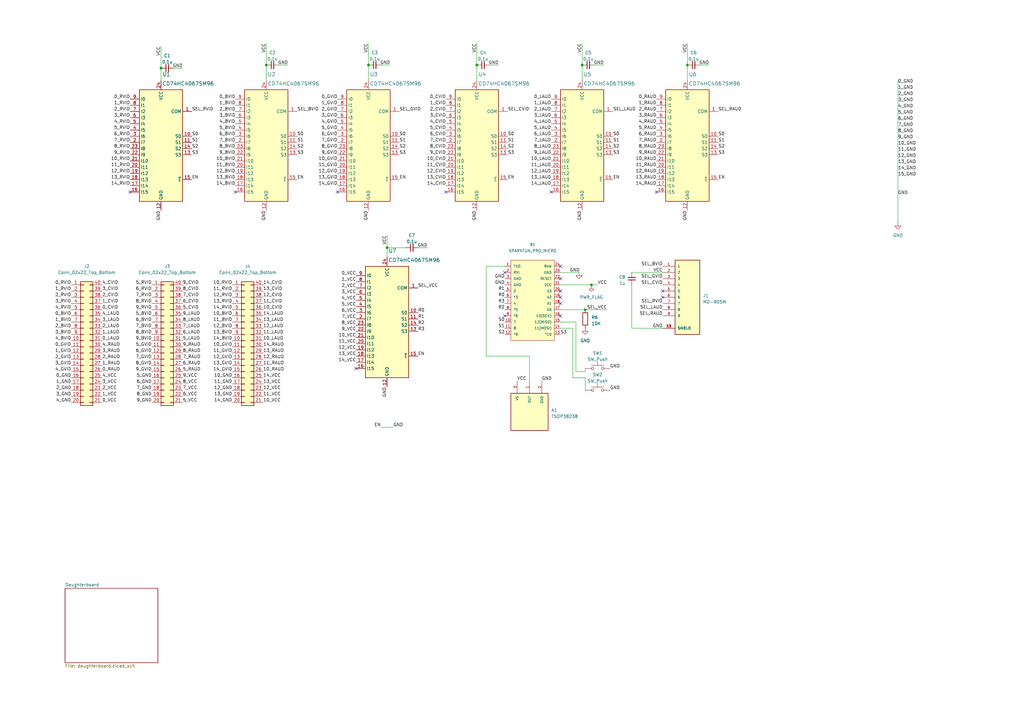
<source format=kicad_sch>
(kicad_sch (version 20230121) (generator eeschema)
  (paper "A3")
  (lib_symbols
    (symbol "Connector_Generic:Conn_02x20_Counter_Clockwise" (pin_names (offset 1.016) hide)
      (property "Reference" "J" (at 1.27 25.4 0))
      (property "Value" "Conn_02x20_Counter_Clockwise" (at 1.27 -27.94 0))
      (symbol "Conn_02x20_Counter_Clockwise_1_1"
        (rectangle (start -1.27 -25.273) (end 0 -25.527) (stroke (width 0.1524)))
        (rectangle (start -1.27 -22.733) (end 0 -22.987) (stroke (width 0.1524)))
        (rectangle (start -1.27 -20.193) (end 0 -20.447) (stroke (width 0.1524)))
        (rectangle (start -1.27 -17.653) (end 0 -17.907) (stroke (width 0.1524)))
        (rectangle (start -1.27 -15.113) (end 0 -15.367) (stroke (width 0.1524)))
        (rectangle (start -1.27 -12.573) (end 0 -12.827) (stroke (width 0.1524)))
        (rectangle (start -1.27 -10.033) (end 0 -10.287) (stroke (width 0.1524)))
        (rectangle (start -1.27 -7.493) (end 0 -7.747) (stroke (width 0.1524)))
        (rectangle (start -1.27 -4.953) (end 0 -5.207) (stroke (width 0.1524)))
        (rectangle (start -1.27 -2.413) (end 0 -2.667) (stroke (width 0.1524)))
        (rectangle (start -1.27 0.127) (end 0 -0.127) (stroke (width 0.1524)))
        (rectangle (start -1.27 2.667) (end 0 2.413) (stroke (width 0.1524)))
        (rectangle (start -1.27 5.207) (end 0 4.953) (stroke (width 0.1524)))
        (rectangle (start -1.27 7.747) (end 0 7.493) (stroke (width 0.1524)))
        (rectangle (start -1.27 10.287) (end 0 10.033) (stroke (width 0.1524)))
        (rectangle (start -1.27 12.827) (end 0 12.573) (stroke (width 0.1524)))
        (rectangle (start -1.27 15.367) (end 0 15.113) (stroke (width 0.1524)))
        (rectangle (start -1.27 17.907) (end 0 17.653) (stroke (width 0.1524)))
        (rectangle (start -1.27 20.447) (end 0 20.193) (stroke (width 0.1524)))
        (rectangle (start -1.27 22.987) (end 0 22.733) (stroke (width 0.1524)))
        (rectangle (start -1.27 24.13) (end 3.81 -26.67) (stroke (width 0.254)) (fill (type background)))
        (rectangle (start 3.81 -25.273) (end 2.54 -25.527) (stroke (width 0.1524)))
        (rectangle (start 3.81 -22.733) (end 2.54 -22.987) (stroke (width 0.1524)))
        (rectangle (start 3.81 -20.193) (end 2.54 -20.447) (stroke (width 0.1524)))
        (rectangle (start 3.81 -17.653) (end 2.54 -17.907) (stroke (width 0.1524)))
        (rectangle (start 3.81 -15.113) (end 2.54 -15.367) (stroke (width 0.1524)))
        (rectangle (start 3.81 -12.573) (end 2.54 -12.827) (stroke (width 0.1524)))
        (rectangle (start 3.81 -10.033) (end 2.54 -10.287) (stroke (width 0.1524)))
        (rectangle (start 3.81 -7.493) (end 2.54 -7.747) (stroke (width 0.1524)))
        (rectangle (start 3.81 -4.953) (end 2.54 -5.207) (stroke (width 0.1524)))
        (rectangle (start 3.81 -2.413) (end 2.54 -2.667) (stroke (width 0.1524)))
        (rectangle (start 3.81 0.127) (end 2.54 -0.127) (stroke (width 0.1524)))
        (rectangle (start 3.81 2.667) (end 2.54 2.413) (stroke (width 0.1524)))
        (rectangle (start 3.81 5.207) (end 2.54 4.953) (stroke (width 0.1524)))
        (rectangle (start 3.81 7.747) (end 2.54 7.493) (stroke (width 0.1524)))
        (rectangle (start 3.81 10.287) (end 2.54 10.033) (stroke (width 0.1524)))
        (rectangle (start 3.81 12.827) (end 2.54 12.573) (stroke (width 0.1524)))
        (rectangle (start 3.81 15.367) (end 2.54 15.113) (stroke (width 0.1524)))
        (rectangle (start 3.81 17.907) (end 2.54 17.653) (stroke (width 0.1524)))
        (rectangle (start 3.81 20.447) (end 2.54 20.193) (stroke (width 0.1524)))
        (rectangle (start 3.81 22.987) (end 2.54 22.733) (stroke (width 0.1524)))
        (pin passive line (at -5.08 22.86 0) (length 3.81) (name "Pin_1") (number "1"))
        (pin passive line (at -5.08 0 0) (length 3.81) (name "Pin_10") (number "10"))
        (pin passive line (at -5.08 -2.54 0) (length 3.81) (name "Pin_11") (number "11"))
        (pin passive line (at -5.08 -5.08 0) (length 3.81) (name "Pin_12") (number "12"))
        (pin passive line (at -5.08 -7.62 0) (length 3.81) (name "Pin_13") (number "13"))
        (pin passive line (at -5.08 -10.16 0) (length 3.81) (name "Pin_14") (number "14"))
        (pin passive line (at -5.08 -12.7 0) (length 3.81) (name "Pin_15") (number "15"))
        (pin passive line (at -5.08 -15.24 0) (length 3.81) (name "Pin_16") (number "16"))
        (pin passive line (at -5.08 -17.78 0) (length 3.81) (name "Pin_17") (number "17"))
        (pin passive line (at -5.08 -20.32 0) (length 3.81) (name "Pin_18") (number "18"))
        (pin passive line (at -5.08 -22.86 0) (length 3.81) (name "Pin_19") (number "19"))
        (pin passive line (at -5.08 20.32 0) (length 3.81) (name "Pin_2") (number "2"))
        (pin passive line (at -5.08 -25.4 0) (length 3.81) (name "Pin_20") (number "20"))
        (pin passive line (at 7.62 -25.4 180) (length 3.81) (name "Pin_21") (number "21"))
        (pin passive line (at 7.62 -22.86 180) (length 3.81) (name "Pin_22") (number "22"))
        (pin passive line (at 7.62 -20.32 180) (length 3.81) (name "Pin_23") (number "23"))
        (pin passive line (at 7.62 -17.78 180) (length 3.81) (name "Pin_24") (number "24"))
        (pin passive line (at 7.62 -15.24 180) (length 3.81) (name "Pin_25") (number "25"))
        (pin passive line (at 7.62 -12.7 180) (length 3.81) (name "Pin_26") (number "26"))
        (pin passive line (at 7.62 -10.16 180) (length 3.81) (name "Pin_27") (number "27"))
        (pin passive line (at 7.62 -7.62 180) (length 3.81) (name "Pin_28") (number "28"))
        (pin passive line (at 7.62 -5.08 180) (length 3.81) (name "Pin_29") (number "29"))
        (pin passive line (at -5.08 17.78 0) (length 3.81) (name "Pin_3") (number "3"))
        (pin passive line (at 7.62 -2.54 180) (length 3.81) (name "Pin_30") (number "30"))
        (pin passive line (at 7.62 0 180) (length 3.81) (name "Pin_31") (number "31"))
        (pin passive line (at 7.62 2.54 180) (length 3.81) (name "Pin_32") (number "32"))
        (pin passive line (at 7.62 5.08 180) (length 3.81) (name "Pin_33") (number "33"))
        (pin passive line (at 7.62 7.62 180) (length 3.81) (name "Pin_34") (number "34"))
        (pin passive line (at 7.62 10.16 180) (length 3.81) (name "Pin_35") (number "35"))
        (pin passive line (at 7.62 12.7 180) (length 3.81) (name "Pin_36") (number "36"))
        (pin passive line (at 7.62 15.24 180) (length 3.81) (name "Pin_37") (number "37"))
        (pin passive line (at 7.62 17.78 180) (length 3.81) (name "Pin_38") (number "38"))
        (pin passive line (at 7.62 20.32 180) (length 3.81) (name "Pin_39") (number "39"))
        (pin passive line (at -5.08 15.24 0) (length 3.81) (name "Pin_4") (number "4"))
        (pin passive line (at 7.62 22.86 180) (length 3.81) (name "Pin_40") (number "40"))
        (pin passive line (at -5.08 12.7 0) (length 3.81) (name "Pin_5") (number "5"))
        (pin passive line (at -5.08 10.16 0) (length 3.81) (name "Pin_6") (number "6"))
        (pin passive line (at -5.08 7.62 0) (length 3.81) (name "Pin_7") (number "7"))
        (pin passive line (at -5.08 5.08 0) (length 3.81) (name "Pin_8") (number "8"))
        (pin passive line (at -5.08 2.54 0) (length 3.81) (name "Pin_9") (number "9"))
      )
    )
    (symbol "Device:C_Small" (pin_numbers hide) (pin_names (offset 0.254) hide)
      (property "Reference" "C" (at 0.254 1.778 0))
      (property "Value" "C_Small" (at 0.254 -2.032 0))
      (symbol "C_Small_0_1"
        (polyline (pts (xy -1.524 -0.508) (xy 1.524 -0.508)) (stroke (width 0.3302)))
        (polyline (pts (xy -1.524 0.508) (xy 1.524 0.508)) (stroke (width 0.3048)))
      )
      (symbol "C_Small_1_1"
        (pin passive line (at 0 2.54 270) (length 2.032) (name "~") (number "1"))
        (pin passive line (at 0 -2.54 90) (length 2.032) (name "~") (number "2"))
      )
    )
    (symbol "Device:R" (pin_numbers hide) (pin_names (offset 0))
      (property "Reference" "R" (at 2.032 0 90))
      (property "Value" "R" (at 0 0 90))
      (symbol "R_0_1"
        (rectangle (start -1.016 -2.54) (end 1.016 2.54) (stroke (width 0.254)))
      )
      (symbol "R_1_1"
        (pin passive line (at 0 3.81 270) (length 1.27) (name "~") (number "1"))
        (pin passive line (at 0 -3.81 90) (length 1.27) (name "~") (number "2"))
      )
    )
    (symbol "REB-DIN:CD4067BM96"
      (property "Reference" "U" (at -8.89 22.86 0))
      (property "Value" "CD4067BM96" (at 1.27 22.86 0))
      (symbol "CD4067BM96_0_1"
        (rectangle (start -8.89 21.59) (end 8.89 -24.13) (stroke (width 0.254)) (fill (type background)))
      )
      (symbol "CD4067BM96_1_1"
        (pin passive line (at -12.7 12.7 0) (length 3.81) (name "COM") (number "1"))
        (pin input line (at -12.7 2.54 0) (length 3.81) (name "S0") (number "10"))
        (pin input line (at -12.7 0 0) (length 3.81) (name "S1") (number "11"))
        (pin power_in line (at 0 -27.94 90) (length 3.81) (name "GND") (number "12"))
        (pin input line (at -12.7 -5.08 0) (length 3.81) (name "S3") (number "13"))
        (pin input line (at -12.7 -2.54 0) (length 3.81) (name "S2") (number "14"))
        (pin input line (at -12.7 -15.24 0) (length 3.81) (name "~{E}") (number "15"))
        (pin passive line (at 12.7 -20.32 180) (length 3.81) (name "I15") (number "16"))
        (pin passive line (at 12.7 -17.78 180) (length 3.81) (name "I14") (number "17"))
        (pin passive line (at 12.7 -15.24 180) (length 3.81) (name "I13") (number "18"))
        (pin passive line (at 12.7 -12.7 180) (length 3.81) (name "I12") (number "19"))
        (pin passive line (at 12.7 0 180) (length 3.81) (name "I7") (number "2"))
        (pin passive line (at 12.7 -10.16 180) (length 3.81) (name "I11") (number "20"))
        (pin passive line (at 12.7 -7.62 180) (length 3.81) (name "I10") (number "21"))
        (pin passive line (at 12.7 -5.08 180) (length 3.81) (name "I9") (number "22"))
        (pin passive line (at 12.7 -2.54 180) (length 3.81) (name "I8") (number "23"))
        (pin power_in line (at 0 25.4 270) (length 3.81) (name "VCC") (number "24"))
        (pin passive line (at 12.7 2.54 180) (length 3.81) (name "I6") (number "3"))
        (pin passive line (at 12.7 5.08 180) (length 3.81) (name "I5") (number "4"))
        (pin passive line (at 12.7 7.62 180) (length 3.81) (name "I4") (number "5"))
        (pin passive line (at 12.7 10.16 180) (length 3.81) (name "I3") (number "6"))
        (pin passive line (at 12.7 12.7 180) (length 3.81) (name "I2") (number "7"))
        (pin passive line (at 12.7 15.24 180) (length 3.81) (name "I1") (number "8"))
        (pin passive line (at 12.7 17.78 180) (length 3.81) (name "I0") (number "9"))
      )
    )
    (symbol "REB-DIN:MD-90SM" (pin_names (offset 1.016))
      (property "Reference" "J" (at -5.08 16.002 0))
      (property "Value" "MD-90SM" (at -5.08 -17.78 0))
      (symbol "MD-90SM_0_0"
        (rectangle (start -5.08 -15.24) (end 5.08 15.24) (stroke (width 0.254)) (fill (type background)))
        (pin passive line (at -10.16 12.7 0) (length 5.08) (name "1") (number "1"))
        (pin passive line (at -10.16 10.16 0) (length 5.08) (name "2") (number "2"))
        (pin passive line (at -10.16 7.62 0) (length 5.08) (name "3") (number "3"))
        (pin passive line (at -10.16 5.08 0) (length 5.08) (name "4") (number "4"))
        (pin passive line (at -10.16 2.54 0) (length 5.08) (name "5") (number "5"))
        (pin passive line (at -10.16 0 0) (length 5.08) (name "6") (number "6"))
        (pin passive line (at -10.16 -2.54 0) (length 5.08) (name "7") (number "7"))
        (pin passive line (at -10.16 -5.08 0) (length 5.08) (name "8") (number "8"))
        (pin passive line (at -10.16 -7.62 0) (length 5.08) (name "9") (number "9"))
        (pin passive line (at -10.16 -12.7 0) (length 5.08) (name "SHIELD") (number "S1"))
        (pin passive line (at -10.16 -12.7 0) (length 5.08) (name "SHIELD") (number "S2"))
        (pin passive line (at -10.16 -12.7 0) (length 5.08) (name "SHIELD") (number "S3"))
      )
    )
    (symbol "REB-IR:TSOP38238" (pin_names (offset 1.016))
      (property "Reference" "A" (at -7.62 8.89 0))
      (property "Value" "TSOP38238" (at -7.62 -8.89 0))
      (symbol "TSOP38238_0_0"
        (rectangle (start -7.62 -7.62) (end 7.62 7.62) (stroke (width 0.254)) (fill (type background)))
        (pin output line (at 12.7 0 180) (length 5.08) (name "OUT") (number "1"))
        (pin power_in line (at 12.7 -5.08 180) (length 5.08) (name "GND") (number "2"))
        (pin power_in line (at 12.7 5.08 180) (length 5.08) (name "VS") (number "3"))
      )
    )
    (symbol "SparkFun-Boards:SPARKFUN_PRO_MICRO" (pin_names (offset 1.016))
      (property "Reference" "B" (at -8.89 17.78 0))
      (property "Value" "SPARKFUN_PRO_MICRO" (at -8.89 -19.05 0))
      (property "Field4" "XXX-00000" (at 0 21.59 0))
      (symbol "SPARKFUN_PRO_MICRO_1_1"
        (polyline (pts (xy -8.89 16.51) (xy -8.89 -16.51) (xy 8.89 -16.51) (xy 8.89 16.51) (xy -8.89 16.51)) (fill (type background)))
        (pin bidirectional line (at -11.43 13.97 0) (length 2.54) (name "TXO") (number "1"))
        (pin bidirectional line (at -11.43 -8.89 0) (length 2.54) (name "7") (number "10"))
        (pin bidirectional line (at -11.43 -11.43 0) (length 2.54) (name "8") (number "11"))
        (pin bidirectional line (at -11.43 -13.97 0) (length 2.54) (name "*9") (number "12"))
        (pin bidirectional line (at 11.43 -13.97 180) (length 2.54) (name "*10") (number "13"))
        (pin bidirectional line (at 11.43 -11.43 180) (length 2.54) (name "11(MOSI)") (number "14"))
        (pin bidirectional line (at 11.43 -8.89 180) (length 2.54) (name "12(MISO)") (number "15"))
        (pin bidirectional line (at 11.43 -6.35 180) (length 2.54) (name "13(SCK)") (number "16"))
        (pin bidirectional line (at 11.43 -3.81 180) (length 2.54) (name "A0") (number "17"))
        (pin bidirectional line (at 11.43 -1.27 180) (length 2.54) (name "A1") (number "18"))
        (pin bidirectional line (at 11.43 1.27 180) (length 2.54) (name "A2") (number "19"))
        (pin bidirectional line (at -11.43 11.43 0) (length 2.54) (name "RXI") (number "2"))
        (pin bidirectional line (at 11.43 3.81 180) (length 2.54) (name "A3") (number "20"))
        (pin power_in line (at 11.43 6.35 180) (length 2.54) (name "VCC") (number "21"))
        (pin bidirectional line (at 11.43 8.89 180) (length 2.54) (name "RESET") (number "22"))
        (pin power_in line (at 11.43 11.43 180) (length 2.54) (name "GND") (number "23"))
        (pin power_in line (at 11.43 13.97 180) (length 2.54) (name "RAW") (number "24"))
        (pin power_in line (at -11.43 8.89 0) (length 2.54) (name "GND") (number "3"))
        (pin power_in line (at -11.43 6.35 0) (length 2.54) (name "GND") (number "4"))
        (pin bidirectional line (at -11.43 3.81 0) (length 2.54) (name "2") (number "5"))
        (pin bidirectional line (at -11.43 1.27 0) (length 2.54) (name "*3") (number "6"))
        (pin bidirectional line (at -11.43 -1.27 0) (length 2.54) (name "4") (number "7"))
        (pin bidirectional line (at -11.43 -3.81 0) (length 2.54) (name "*5") (number "8"))
        (pin bidirectional line (at -11.43 -6.35 0) (length 2.54) (name "*6") (number "9"))
      )
    )
    (symbol "Switch:SW_Push" (pin_numbers hide) (pin_names (offset 1.016) hide)
      (property "Reference" "SW" (at 1.27 2.54 0))
      (property "Value" "SW_Push" (at 0 -1.524 0))
      (symbol "SW_Push_0_1"
        (circle (center -2.032 0) (radius 0.508))
        (polyline (pts (xy 0 1.27) (xy 0 3.048)))
        (polyline (pts (xy 2.54 1.27) (xy -2.54 1.27)))
        (circle (center 2.032 0) (radius 0.508))
        (pin passive line (at -5.08 0 0) (length 2.54) (name "1") (number "1"))
        (pin passive line (at 5.08 0 180) (length 2.54) (name "2") (number "2"))
      )
    )
    (symbol "power:GND" (power) (pin_names (offset 0))
      (property "Value" "GND" (at 0 -3.81 0))
      (symbol "GND_0_1"
        (polyline (pts (xy 0 0) (xy 0 -1.27) (xy 1.27 -1.27) (xy 0 -2.54) (xy -1.27 -1.27) (xy 0 -1.27)))
      )
      (symbol "GND_1_1"
        (pin power_in line (at 0 0 270) (length 0) hide (name "GND") (number "1"))
      )
    )
    (symbol "power:PWR_FLAG" (power) (pin_numbers hide) (pin_names (offset 0) hide)
      (property "Value" "PWR_FLAG" (at 0 3.81 0))
      (symbol "PWR_FLAG_0_0"
        (pin power_out line (at 0 0 90) (length 0) (name "pwr") (number "1"))
      )
      (symbol "PWR_FLAG_0_1"
        (polyline (pts (xy 0 0) (xy 0 1.27) (xy -1.016 1.905) (xy 0 2.54) (xy 1.016 1.905) (xy 0 1.27)))
      )
    )
  )
  (junction (at 238.76 26.67))
  (junction (at 242.57 116.84))
  (junction (at 281.94 26.67))
  (junction (at 66.04 27.94))
  (junction (at 195.58 26.67))
  (junction (at 109.22 26.67))
  (junction (at 151.13 26.67))
  (junction (at 158.75 101.6))
  (junction (at 240.03 127))
  (no_connect (at 229.87 129.54))
  (no_connect (at 271.78 121.92))
  (no_connect (at 229.87 109.22))
  (no_connect (at 229.87 124.46))
  (no_connect (at 229.87 121.92))
  (no_connect (at 207.01 129.54))
  (no_connect (at 229.87 119.38))
  (no_connect (at 226.06 78.74))
  (no_connect (at 207.01 111.76))
  (no_connect (at 138.43 78.74))
  (no_connect (at 271.78 119.38))
  (no_connect (at 96.52 78.74))
  (no_connect (at 146.05 151.13))
  (no_connect (at 182.88 78.74))
  (no_connect (at 269.24 78.74))
  (no_connect (at 53.34 78.74))
  (no_connect (at 229.87 114.3))
  (wire (pts (xy 151.13 17.78) (xy 151.13 26.67)))
  (wire (pts (xy 217.17 146.05) (xy 217.17 156.21)))
  (wire (pts (xy 259.08 134.62) (xy 271.78 134.62)))
  (wire (pts (xy 229.87 127) (xy 240.03 127)))
  (wire (pts (xy 166.37 101.6) (xy 158.75 101.6)))
  (wire (pts (xy 195.58 17.78) (xy 195.58 26.67)))
  (wire (pts (xy 242.57 116.84) (xy 245.11 116.84)))
  (wire (pts (xy 236.22 152.4) (xy 236.22 132.08)))
  (wire (pts (xy 236.22 152.4) (xy 240.03 152.4)))
  (wire (pts (xy 234.95 154.94) (xy 234.95 134.62)))
  (wire (pts (xy 243.84 26.67) (xy 247.65 26.67)))
  (wire (pts (xy 281.94 17.78) (xy 281.94 26.67)))
  (wire (pts (xy 114.3 26.67) (xy 118.11 26.67)))
  (wire (pts (xy 234.95 154.94) (xy 240.03 154.94)))
  (wire (pts (xy 156.21 175.26) (xy 161.29 175.26)))
  (wire (pts (xy 368.3 33.02) (xy 368.3 91.44)))
  (wire (pts (xy 195.58 26.67) (xy 195.58 33.02)))
  (wire (pts (xy 171.45 101.6) (xy 175.26 101.6)))
  (wire (pts (xy 200.66 26.67) (xy 204.47 26.67)))
  (wire (pts (xy 236.22 132.08) (xy 229.87 132.08)))
  (wire (pts (xy 109.22 17.78) (xy 109.22 26.67)))
  (wire (pts (xy 229.87 111.76) (xy 237.49 111.76)))
  (wire (pts (xy 66.04 27.94) (xy 66.04 33.02)))
  (wire (pts (xy 109.22 26.67) (xy 109.22 33.02)))
  (wire (pts (xy 271.78 111.76) (xy 259.08 111.76)))
  (wire (pts (xy 158.75 101.6) (xy 158.75 96.52)))
  (wire (pts (xy 158.75 101.6) (xy 158.75 105.41)))
  (wire (pts (xy 199.39 109.22) (xy 199.39 146.05)))
  (wire (pts (xy 71.12 27.94) (xy 74.93 27.94)))
  (wire (pts (xy 238.76 26.67) (xy 238.76 33.02)))
  (wire (pts (xy 240.03 154.94) (xy 240.03 160.02)))
  (wire (pts (xy 199.39 146.05) (xy 217.17 146.05)))
  (wire (pts (xy 240.03 127) (xy 248.92 127)))
  (wire (pts (xy 234.95 134.62) (xy 229.87 134.62)))
  (wire (pts (xy 66.04 19.05) (xy 66.04 27.94)))
  (wire (pts (xy 156.21 26.67) (xy 160.02 26.67)))
  (wire (pts (xy 238.76 17.78) (xy 238.76 26.67)))
  (wire (pts (xy 287.02 26.67) (xy 290.83 26.67)))
  (wire (pts (xy 151.13 26.67) (xy 151.13 33.02)))
  (wire (pts (xy 240.03 152.4) (xy 240.03 151.13)))
  (wire (pts (xy 281.94 26.67) (xy 281.94 33.02)))
  (wire (pts (xy 229.87 116.84) (xy 242.57 116.84)))
  (wire (pts (xy 259.08 116.84) (xy 259.08 134.62)))
  (wire (pts (xy 207.01 109.22) (xy 199.39 109.22)))
  (label "12_VCC" (at 146.05 143.51 180))
  (label "GND" (at 250.19 160.02 0))
  (label "0_VCC" (at 146.05 113.03 180))
  (label "GND" (at 158.75 158.75 270))
  (label "9_CVID" (at 74.93 116.84 0))
  (label "4_VCC" (at 41.91 154.94 0))
  (label "2_GVID" (at 29.21 147.32 180))
  (label "0_RAUD" (at 269.24 40.64 180))
  (label "3_BVID" (at 29.21 137.16 180))
  (label "S0" (at 251.46 55.88 0))
  (label "11_CVID" (at 107.95 124.46 0))
  (label "S1" (at 78.74 58.42 0))
  (label "0_LAUD" (at 226.06 40.64 180))
  (label "0_VCC" (at 41.91 165.1 0))
  (label "6_RVID" (at 53.34 55.88 180))
  (label "4_VCC" (at 146.05 123.19 180))
  (label "GND" (at 66.04 86.36 270))
  (label "5_LAUD" (at 226.06 53.34 180))
  (label "4_RVID" (at 53.34 50.8 180))
  (label "12_BVID" (at 95.25 134.62 180))
  (label "GND" (at 222.25 156.21 0))
  (label "12_GVID" (at 95.25 147.32 180))
  (label "14_GND" (at 95.25 165.1 180))
  (label "11_GVID" (at 138.43 68.58 180))
  (label "GND" (at 271.78 134.62 180))
  (label "SEL_VCC" (at 171.45 118.11 0))
  (label "1_GVID" (at 29.21 144.78 180))
  (label "8_VCC" (at 74.93 157.48 0))
  (label "GND" (at 281.94 86.36 270))
  (label "9_RVID" (at 53.34 63.5 180))
  (label "8_GND" (at 62.23 162.56 180))
  (label "4_CVID" (at 182.88 50.8 180))
  (label "R0" (at 207.01 121.92 180))
  (label "3_RAUD" (at 269.24 48.26 180))
  (label "GND" (at 207.01 116.84 180))
  (label "0_RVID" (at 53.34 40.64 180))
  (label "GND" (at 74.93 27.94 180))
  (label "12_RAUD" (at 269.24 71.12 180))
  (label "12_LAUD" (at 226.06 71.12 180))
  (label "7_VCC" (at 74.93 160.02 0))
  (label "13_BVID" (at 96.52 73.66 180))
  (label "VCC" (at 238.76 17.78 270))
  (label "S2" (at 294.64 60.96 0))
  (label "1_VCC" (at 41.91 162.56 0))
  (label "S3" (at 163.83 63.5 0))
  (label "5_BVID" (at 96.52 53.34 180))
  (label "SEL_RVID" (at 271.78 124.46 180))
  (label "S0" (at 163.83 55.88 0))
  (label "SEL_BVID" (at 121.92 45.72 0))
  (label "6_RAUD" (at 74.93 149.86 0))
  (label "8_CVID" (at 182.88 60.96 180))
  (label "VCC" (at 195.58 17.78 270))
  (label "1_BVID" (at 29.21 132.08 180))
  (label "11_VCC" (at 107.95 162.56 0))
  (label "S3" (at 229.87 137.16 0))
  (label "4_BVID" (at 96.52 50.8 180))
  (label "8_LAUD" (at 74.93 132.08 0))
  (label "S3" (at 294.64 63.5 0))
  (label "11_GND" (at 368.3 62.23 0))
  (label "S1" (at 207.01 134.62 180))
  (label "EN" (at 78.74 73.66 0))
  (label "1_RVID" (at 29.21 119.38 180))
  (label "GND" (at 233.68 111.76 0))
  (label "14_CVID" (at 182.88 76.2 180))
  (label "1_GND" (at 29.21 157.48 180))
  (label "7_BVID" (at 62.23 134.62 180))
  (label "S2" (at 163.83 60.96 0))
  (label "14_CVID" (at 107.95 116.84 0))
  (label "12_BVID" (at 96.52 71.12 180))
  (label "9_RVID" (at 62.23 127 180))
  (label "EN" (at 163.83 73.66 0))
  (label "3_CVID" (at 41.91 119.38 0))
  (label "13_BVID" (at 95.25 137.16 180))
  (label "GND" (at 250.19 151.13 0))
  (label "1_RAUD" (at 269.24 43.18 180))
  (label "VCC" (at 158.75 96.52 270))
  (label "8_CVID" (at 74.93 119.38 0))
  (label "5_RAUD" (at 269.24 53.34 180))
  (label "6_LAUD" (at 74.93 137.16 0))
  (label "2_RVID" (at 53.34 45.72 180))
  (label "9_GND" (at 62.23 165.1 180))
  (label "S0" (at 208.28 55.88 0))
  (label "8_BVID" (at 62.23 137.16 180))
  (label "SEL_RAUD" (at 294.64 45.72 0))
  (label "VCC" (at 151.13 17.78 270))
  (label "9_LAUD" (at 74.93 129.54 0))
  (label "7_RAUD" (at 74.93 147.32 0))
  (label "6_CVID" (at 182.88 55.88 180))
  (label "8_LAUD" (at 226.06 60.96 180))
  (label "3_LAUD" (at 41.91 132.08 0))
  (label "SEL_RVID" (at 78.74 45.72 0))
  (label "7_RAUD" (at 269.24 58.42 180))
  (label "4_GND" (at 368.3 44.45 0))
  (label "S2" (at 121.92 60.96 0))
  (label "6_GND" (at 62.23 157.48 180))
  (label "7_CVID" (at 74.93 121.92 0))
  (label "2_GVID" (at 138.43 45.72 180))
  (label "8_RVID" (at 53.34 60.96 180))
  (label "15_GND" (at 368.3 72.39 0))
  (label "7_LAUD" (at 226.06 58.42 180))
  (label "3_BVID" (at 96.52 48.26 180))
  (label "SEL_VCC" (at 248.92 127 180))
  (label "SEL_LAUD" (at 271.78 127 180))
  (label "12_RVID" (at 53.34 71.12 180))
  (label "7_LAUD" (at 74.93 134.62 0))
  (label "8_BVID" (at 96.52 60.96 180))
  (label "6_VCC" (at 146.05 128.27 180))
  (label "14_BVID" (at 96.52 76.2 180))
  (label "9_VCC" (at 74.93 154.94 0))
  (label "8_RAUD" (at 74.93 144.78 0))
  (label "9_RAUD" (at 269.24 63.5 180))
  (label "S0" (at 294.64 55.88 0))
  (label "12_GVID" (at 138.43 71.12 180))
  (label "GND" (at 207.01 114.3 180))
  (label "3_CVID" (at 182.88 48.26 180))
  (label "GND" (at 290.83 26.67 180))
  (label "12_RAUD" (at 107.95 147.32 0))
  (label "6_GVID" (at 62.23 144.78 180))
  (label "SEL_CVID" (at 208.28 45.72 0))
  (label "VCC" (at 245.11 116.84 0))
  (label "11_RVID" (at 53.34 68.58 180))
  (label "14_GND" (at 368.3 69.85 0))
  (label "VCC" (at 66.04 19.05 270))
  (label "6_GVID" (at 138.43 55.88 180))
  (label "14_RVID" (at 95.25 127 180))
  (label "S1" (at 163.83 58.42 0))
  (label "8_RVID" (at 62.23 124.46 180))
  (label "S1" (at 121.92 58.42 0))
  (label "5_RVID" (at 62.23 116.84 180))
  (label "10_GND" (at 368.3 59.69 0))
  (label "14_GVID" (at 138.43 76.2 180))
  (label "GND" (at 247.65 26.67 180))
  (label "2_RVID" (at 29.21 121.92 180))
  (label "11_BVID" (at 95.25 132.08 180))
  (label "4_RAUD" (at 41.91 142.24 0))
  (label "S2" (at 251.46 60.96 0))
  (label "2_VCC" (at 146.05 118.11 180))
  (label "13_GND" (at 368.3 67.31 0))
  (label "13_RVID" (at 95.25 124.46 180))
  (label "S0" (at 121.92 55.88 0))
  (label "GND" (at 161.29 175.26 0))
  (label "0_BVID" (at 96.52 40.64 180))
  (label "1_RAUD" (at 41.91 149.86 0))
  (label "1_RVID" (at 53.34 43.18 180))
  (label "4_GND" (at 29.21 165.1 180))
  (label "11_GND" (at 95.25 157.48 180))
  (label "0_LAUD" (at 41.91 139.7 0))
  (label "VCC" (at 109.22 17.78 270))
  (label "14_LAUD" (at 226.06 76.2 180))
  (label "0_GVID" (at 29.21 142.24 180))
  (label "3_RVID" (at 29.21 124.46 180))
  (label "13_CVID" (at 107.95 119.38 0))
  (label "10_GVID" (at 138.43 66.04 180))
  (label "6_LAUD" (at 226.06 55.88 180))
  (label "7_GND" (at 62.23 160.02 180))
  (label "8_RAUD" (at 269.24 60.96 180))
  (label "10_GVID" (at 95.25 142.24 180))
  (label "13_RVID" (at 53.34 73.66 180))
  (label "6_BVID" (at 62.23 132.08 180))
  (label "3_LAUD" (at 226.06 48.26 180))
  (label "1_LAUD" (at 41.91 137.16 0))
  (label "GND" (at 118.11 26.67 180))
  (label "12_LAUD" (at 107.95 134.62 0))
  (label "R0" (at 171.45 128.27 0))
  (label "4_LAUD" (at 41.91 129.54 0))
  (label "0_BVID" (at 29.21 129.54 180))
  (label "11_RAUD" (at 269.24 68.58 180))
  (label "GND" (at 151.13 86.36 270))
  (label "R1" (at 171.45 130.81 0))
  (label "11_BVID" (at 96.52 68.58 180))
  (label "13_CVID" (at 182.88 73.66 180))
  (label "14_VCC" (at 107.95 154.94 0))
  (label "3_GND" (at 368.3 41.91 0))
  (label "5_LAUD" (at 74.93 139.7 0))
  (label "8_GVID" (at 138.43 60.96 180))
  (label "12_GND" (at 95.25 160.02 180))
  (label "SEL_GVID" (at 163.83 45.72 0))
  (label "6_GND" (at 368.3 49.53 0))
  (label "11_LAUD" (at 226.06 68.58 180))
  (label "EN" (at 171.45 146.05 0))
  (label "SEL_GVID" (at 271.78 114.3 180))
  (label "GND" (at 175.26 101.6 180))
  (label "12_CVID" (at 107.95 121.92 0))
  (label "0_RAUD" (at 41.91 152.4 0))
  (label "14_RAUD" (at 107.95 142.24 0))
  (label "7_VCC" (at 146.05 130.81 180))
  (label "GND" (at 195.58 86.36 270))
  (label "3_GVID" (at 29.21 149.86 180))
  (label "1_CVID" (at 182.88 43.18 180))
  (label "S0" (at 78.74 55.88 0))
  (label "0_CVID" (at 182.88 40.64 180))
  (label "7_GND" (at 368.3 52.07 0))
  (label "2_VCC" (at 41.91 160.02 0))
  (label "5_CVID" (at 182.88 53.34 180))
  (label "GND" (at 238.76 86.36 270))
  (label "14_RVID" (at 53.34 76.2 180))
  (label "1_GND" (at 368.3 36.83 0))
  (label "EN" (at 251.46 73.66 0))
  (label "11_VCC" (at 146.05 140.97 180))
  (label "9_BVID" (at 62.23 139.7 180))
  (label "2_RAUD" (at 269.24 45.72 180))
  (label "14_BVID" (at 95.25 139.7 180))
  (label "S1" (at 208.28 58.42 0))
  (label "10_RVID" (at 95.25 116.84 180))
  (label "2_BVID" (at 29.21 134.62 180))
  (label "9_RAUD" (at 74.93 142.24 0))
  (label "S3" (at 78.74 63.5 0))
  (label "1_BVID" (at 96.52 43.18 180))
  (label "5_VCC" (at 146.05 125.73 180))
  (label "2_GND" (at 29.21 160.02 180))
  (label "1_LAUD" (at 226.06 43.18 180))
  (label "8_GND" (at 368.3 54.61 0))
  (label "2_RAUD" (at 41.91 147.32 0))
  (label "4_GVID" (at 138.43 50.8 180))
  (label "3_GVID" (at 138.43 48.26 180))
  (label "10_VCC" (at 107.95 165.1 0))
  (label "2_CVID" (at 41.91 121.92 0))
  (label "10_RAUD" (at 107.95 152.4 0))
  (label "10_CVID" (at 182.88 66.04 180))
  (label "10_CVID" (at 107.95 127 0))
  (label "14_VCC" (at 146.05 148.59 180))
  (label "1_VCC" (at 146.05 115.57 180))
  (label "1_GVID" (at 138.43 43.18 180))
  (label "8_VCC" (at 146.05 133.35 180))
  (label "R2" (at 171.45 133.35 0))
  (label "VCC" (at 281.94 17.78 270))
  (label "S1" (at 251.46 58.42 0))
  (label "5_GND" (at 368.3 46.99 0))
  (label "R3" (at 207.01 124.46 180))
  (label "5_VCC" (at 74.93 165.1 0))
  (label "9_VCC" (at 146.05 135.89 180))
  (label "7_GVID" (at 138.43 58.42 180))
  (label "EN" (at 156.21 175.26 180))
  (label "10_RVID" (at 53.34 66.04 180))
  (label "0_GVID" (at 138.43 40.64 180))
  (label "EN" (at 208.28 73.66 0))
  (label "2_BVID" (at 96.52 45.72 180))
  (label "10_LAUD" (at 107.95 139.7 0))
  (label "2_GND" (at 368.3 39.37 0))
  (label "7_BVID" (at 96.52 58.42 180))
  (label "R1" (at 207.01 119.38 180))
  (label "3_VCC" (at 41.91 157.48 0))
  (label "5_BVID" (at 62.23 129.54 180))
  (label "7_GVID" (at 62.23 147.32 180))
  (label "9_LAUD" (at 226.06 63.5 180))
  (label "3_RAUD" (at 41.91 144.78 0))
  (label "6_VCC" (at 74.93 162.56 0))
  (label "S0" (at 207.01 132.08 180))
  (label "11_RVID" (at 95.25 119.38 180))
  (label "8_GVID" (at 62.23 149.86 180))
  (label "SEL_LAUD" (at 251.46 45.72 0))
  (label "10_BVID" (at 95.25 129.54 180))
  (label "7_RVID" (at 62.23 121.92 180))
  (label "12_GND" (at 368.3 64.77 0))
  (label "13_LAUD" (at 107.95 132.08 0))
  (label "13_GVID" (at 95.25 149.86 180))
  (label "GND" (at 368.3 80.01 0))
  (label "5_CVID" (at 74.93 127 0))
  (label "GND" (at 109.22 86.36 270))
  (label "S1" (at 294.64 58.42 0))
  (label "SEL_RAUD" (at 271.78 129.54 180))
  (label "2_LAUD" (at 41.91 134.62 0))
  (label "13_VCC" (at 107.95 157.48 0))
  (label "4_RAUD" (at 269.24 50.8 180))
  (label "14_RAUD" (at 269.24 76.2 180))
  (label "7_RVID" (at 53.34 58.42 180))
  (label "9_CVID" (at 182.88 63.5 180))
  (label "7_CVID" (at 182.88 58.42 180))
  (label "SEL_CVID" (at 271.78 116.84 180))
  (label "12_CVID" (at 182.88 71.12 180))
  (label "6_RVID" (at 62.23 119.38 180))
  (label "9_BVID" (at 96.52 63.5 180))
  (label "5_GVID" (at 138.43 53.34 180))
  (label "14_LAUD" (at 107.95 129.54 0))
  (label "6_RAUD" (at 269.24 55.88 180))
  (label "9_GND" (at 368.3 57.15 0))
  (label "EN" (at 121.92 73.66 0))
  (label "0_GND" (at 368.3 34.29 0))
  (label "4_GVID" (at 29.21 152.4 180))
  (label "5_RAUD" (at 74.93 152.4 0))
  (label "4_LAUD" (at 226.06 50.8 180))
  (label "13_VCC" (at 146.05 146.05 180))
  (label "S2" (at 78.74 60.96 0))
  (label "S2" (at 207.01 137.16 180))
  (label "GND" (at 160.02 26.67 180))
  (label "11_LAUD" (at 107.95 137.16 0))
  (label "3_GND" (at 29.21 162.56 180))
  (label "10_BVID" (at 96.52 66.04 180))
  (label "9_GVID" (at 62.23 152.4 180))
  (label "10_LAUD" (at 226.06 66.04 180))
  (label "2_LAUD" (at 226.06 45.72 180))
  (label "R3" (at 171.45 135.89 0))
  (label "10_RAUD" (at 269.24 66.04 180))
  (label "4_BVID" (at 29.21 139.7 180))
  (label "13_LAUD" (at 226.06 73.66 180))
  (label "S2" (at 208.28 60.96 0))
  (label "R2" (at 207.01 127 180))
  (label "0_GND" (at 29.21 154.94 180))
  (label "3_VCC" (at 146.05 120.65 180))
  (label "GND" (at 204.47 26.67 180))
  (label "13_RAUD" (at 269.24 73.66 180))
  (label "0_CVID" (at 41.91 127 0))
  (label "11_GVID" (at 95.25 144.78 180))
  (label "2_CVID" (at 182.88 45.72 180))
  (label "11_CVID" (at 182.88 68.58 180))
  (label "5_RVID" (at 53.34 53.34 180))
  (label "13_RAUD" (at 107.95 144.78 0))
  (label "5_GVID" (at 62.23 142.24 180))
  (label "6_BVID" (at 96.52 55.88 180))
  (label "SEL_BVID" (at 271.78 109.22 180))
  (label "12_VCC" (at 107.95 160.02 0))
  (label "13_GND" (at 95.25 162.56 180))
  (label "4_CVID" (at 41.91 116.84 0))
  (label "S3" (at 251.46 63.5 0))
  (label "5_GND" (at 62.23 154.94 180))
  (label "4_RVID" (at 29.21 127 180))
  (label "12_RVID" (at 95.25 121.92 180))
  (label "10_VCC" (at 146.05 138.43 180))
  (label "14_GVID" (at 95.25 152.4 180))
  (label "S3" (at 121.92 63.5 0))
  (label "9_GVID" (at 138.43 63.5 180))
  (label "VCC" (at 212.09 156.21 0))
  (label "0_RVID" (at 29.21 116.84 180))
  (label "EN" (at 294.64 73.66 0))
  (label "3_RVID" (at 53.34 48.26 180))
  (label "1_CVID" (at 41.91 124.46 0))
  (label "13_GVID" (at 138.43 73.66 180))
  (label "6_CVID" (at 74.93 124.46 0))
  (label "11_RAUD" (at 107.95 149.86 0))
  (label "10_GND" (at 95.25 154.94 180))
  (label "S3" (at 208.28 63.5 0))
  (label "VCC" (at 271.78 111.76 180))
  (symbol (lib_id "REB-DIN:CD4067BM96") (at 281.94 58.42 0) (mirror y) (unit 1)
    (property "Reference" "U6" (at 282.4606 30.48 0) (effects (font (size 1.524 1.524)) (justify right)))
    (property "Value" "CD74HC4067SM96" (at 282.4606 34.29 0) (effects (font (size 1.524 1.524)) (justify right)))
    (property "Footprint" "Package_SO:SOIC-24W_7.5x15.4mm_P1.27mm" (effects hide))
    (property "Datasheet" "http://www.ti.com/general/docs/suppproductinfo.tsp?distId=10&gotoUrl=http%3A%2F%2Fwww.ti.com%2Flit%2Fgpn%2Fcd74hc4067" (effects hide))
    (property "Digi-Key_PN" "296-9226-1-ND" (effects hide))
    (property "MPN" "CD74HC4067SM96" (effects hide))
    (property "Category" "Integrated Circuits (ICs)" (effects hide))
    (property "Family" "Interface - Analog Switches, Multiplexers, Demultiplexers" (effects hide))
    (property "DK_Datasheet_Link" "http://www.ti.com/general/docs/suppproductinfo.tsp?distId=10&gotoUrl=http%3A%2F%2Fwww.ti.com%2Flit%2Fgpn%2Fcd74hc4067" (effects hide))
    (property "DK_Detail_Page" "/product-detail/en/texas-instruments/CD74HC4067SM96/296-9226-1-ND/376978" (effects hide))
    (property "Description" "IC MUX/DEMUX 1X16 24SSOP" (effects hide))
    (property "Manufacturer" "Texas Instruments" (effects hide))
    (property "Status" "Active" (effects hide))
  )
  (symbol (lib_id "power:GND") (at 237.49 111.76 0) (unit 1)
    (property "Reference" "#PWR02" (effects hide))
    (property "Value" "GND" (effects hide))
  )
  (symbol (lib_id "REB-IR:TSOP38238") (at 217.17 168.91 90) (unit 1)
    (property "Reference" "A1" (at 226.06 168.275 90) (effects (justify right)))
    (property "Value" "TSOP38238" (at 226.06 170.815 90) (effects (justify right)))
    (property "Footprint" "XDCR_TSOP38238" (effects hide))
    (property "PARTREV" "1.7" (effects hide))
    (property "STANDARD" "Manufacturer Recommendations" (effects hide))
    (property "MAXIMUM_PACKAGE_HEIGHT" "10.55 mm" (effects hide))
    (property "MANUFACTURER" "Vishay" (effects hide))
  )
  (symbol (lib_id "Device:R") (at 240.03 130.81 0) (unit 1)
    (property "Reference" "R6" (at 242.57 130.175 0) (effects (justify left)))
    (property "Value" "10K" (at 242.57 132.715 0) (effects (justify left)))
    (property "Footprint" "Resistor_SMD:R_0805_2012Metric_Pad1.20x1.40mm_HandSolder" (effects hide))
  )
  (symbol (lib_id "Switch:SW_Push") (at 245.11 160.02 0) (unit 1)
    (property "Reference" "SW2" (at 245.11 153.67 0))
    (property "Value" "SW_Push" (at 245.11 156.21 0))
    (property "Footprint" "Button_Switch_THT:SW_PUSH_6mm" (effects hide))
  )
  (symbol (lib_id "Device:C_Small") (at 68.58 27.94 90) (unit 1)
    (property "Reference" "C1" (at 68.5863 22.86 90))
    (property "Value" "0.1u" (at 68.5863 25.4 90))
    (property "Footprint" "Capacitor_SMD:C_0805_2012Metric_Pad1.18x1.45mm_HandSolder" (effects hide))
  )
  (symbol (lib_id "Device:C_Small") (at 259.08 114.3 0) (mirror x) (unit 1)
    (property "Reference" "C8" (at 256.54 113.6586 0) (effects (justify right)))
    (property "Value" "1u" (at 256.54 116.1986 0) (effects (justify right)))
    (property "Footprint" "Capacitor_SMD:C_0805_2012Metric_Pad1.18x1.45mm_HandSolder" (effects hide))
  )
  (symbol (lib_id "SparkFun-Boards:SPARKFUN_PRO_MICRO") (at 218.44 123.19 0) (unit 1)
    (property "Reference" "B1" (at 218.44 100.33 0) (effects (font (size 1.143 1.143))))
    (property "Value" "SPARKFUN_PRO_MICRO" (at 218.44 102.87 0) (effects (font (size 1.143 1.143))))
    (property "Footprint" "SparkFun-Boards:SPARKFUN_PRO_MICRO" (effects hide))
  )
  (symbol (lib_id "REB-DIN:CD4067BM96") (at 195.58 58.42 0) (mirror y) (unit 1)
    (property "Reference" "U4" (at 196.1006 30.48 0) (effects (font (size 1.524 1.524)) (justify right)))
    (property "Value" "CD74HC4067SM96" (at 196.1006 34.29 0) (effects (font (size 1.524 1.524)) (justify right)))
    (property "Footprint" "Package_SO:SOIC-24W_7.5x15.4mm_P1.27mm" (effects hide))
    (property "Datasheet" "http://www.ti.com/general/docs/suppproductinfo.tsp?distId=10&gotoUrl=http%3A%2F%2Fwww.ti.com%2Flit%2Fgpn%2Fcd74hc4067" (effects hide))
    (property "Digi-Key_PN" "296-9226-1-ND" (effects hide))
    (property "MPN" "CD74HC4067SM96" (effects hide))
    (property "Category" "Integrated Circuits (ICs)" (effects hide))
    (property "Family" "Interface - Analog Switches, Multiplexers, Demultiplexers" (effects hide))
    (property "DK_Datasheet_Link" "http://www.ti.com/general/docs/suppproductinfo.tsp?distId=10&gotoUrl=http%3A%2F%2Fwww.ti.com%2Flit%2Fgpn%2Fcd74hc4067" (effects hide))
    (property "DK_Detail_Page" "/product-detail/en/texas-instruments/CD74HC4067SM96/296-9226-1-ND/376978" (effects hide))
    (property "Description" "IC MUX/DEMUX 1X16 24SSOP" (effects hide))
    (property "Manufacturer" "Texas Instruments" (effects hide))
    (property "Status" "Active" (effects hide))
  )
  (symbol (lib_id "REB-DIN:CD4067BM96") (at 238.76 58.42 0) (mirror y) (unit 1)
    (property "Reference" "U5" (at 239.2806 30.48 0) (effects (font (size 1.524 1.524)) (justify right)))
    (property "Value" "CD74HC4067SM96" (at 239.2806 34.29 0) (effects (font (size 1.524 1.524)) (justify right)))
    (property "Footprint" "Package_SO:SOIC-24W_7.5x15.4mm_P1.27mm" (effects hide))
    (property "Datasheet" "http://www.ti.com/general/docs/suppproductinfo.tsp?distId=10&gotoUrl=http%3A%2F%2Fwww.ti.com%2Flit%2Fgpn%2Fcd74hc4067" (effects hide))
    (property "Digi-Key_PN" "296-9226-1-ND" (effects hide))
    (property "MPN" "CD74HC4067SM96" (effects hide))
    (property "Category" "Integrated Circuits (ICs)" (effects hide))
    (property "Family" "Interface - Analog Switches, Multiplexers, Demultiplexers" (effects hide))
    (property "DK_Datasheet_Link" "http://www.ti.com/general/docs/suppproductinfo.tsp?distId=10&gotoUrl=http%3A%2F%2Fwww.ti.com%2Flit%2Fgpn%2Fcd74hc4067" (effects hide))
    (property "DK_Detail_Page" "/product-detail/en/texas-instruments/CD74HC4067SM96/296-9226-1-ND/376978" (effects hide))
    (property "Description" "IC MUX/DEMUX 1X16 24SSOP" (effects hide))
    (property "Manufacturer" "Texas Instruments" (effects hide))
    (property "Status" "Active" (effects hide))
  )
  (symbol (lib_id "Connector_Generic:Conn_02x20_Counter_Clockwise") (at 34.29 139.7 0) (unit 1)
    (property "Reference" "J2" (at 35.56 109.22 0))
    (property "Value" "Conn_02x22_Top_Bottom" (at 35.56 111.76 0))
    (property "Footprint" "connector:REB_PinHeader_2x20_P1.27mm_Vertical_Renumbered" (effects hide))
  )
  (symbol (lib_id "power:GND") (at 368.3 91.44 0) (unit 1)
    (property "Reference" "#PWR01" (effects hide))
    (property "Value" "GND" (at 368.3 96.52 0))
  )
  (symbol (lib_id "Device:C_Small") (at 168.91 101.6 90) (unit 1)
    (property "Reference" "C7" (at 168.9163 96.52 90))
    (property "Value" "0.1u" (at 168.9163 99.06 90))
    (property "Footprint" "Capacitor_SMD:C_0805_2012Metric_Pad1.18x1.45mm_HandSolder" (effects hide))
  )
  (symbol (lib_id "Device:C_Small") (at 284.48 26.67 90) (unit 1)
    (property "Reference" "C6" (at 284.4863 21.59 90))
    (property "Value" "0.1u" (at 284.4863 24.13 90))
    (property "Footprint" "Capacitor_SMD:C_0805_2012Metric_Pad1.18x1.45mm_HandSolder" (effects hide))
  )
  (symbol (lib_id "power:PWR_FLAG") (at 242.57 116.84 180) (unit 1)
    (property "Reference" "#FLG01" (effects hide))
    (property "Value" "PWR_FLAG" (at 242.57 121.92 0))
  )
  (symbol (lib_id "Connector_Generic:Conn_02x20_Counter_Clockwise") (at 67.31 139.7 0) (unit 1)
    (property "Reference" "J3" (at 68.58 109.22 0))
    (property "Value" "Conn_02x22_Top_Bottom" (at 68.58 111.76 0))
    (property "Footprint" "connector:REB_PinHeader_2x20_P1.27mm_Vertical_Renumbered" (effects hide))
  )
  (symbol (lib_id "REB-DIN:MD-90SM") (at 281.94 121.92 0) (unit 1)
    (property "Reference" "J1" (at 288.29 121.285 0) (effects (justify left)))
    (property "Value" "MD-90SM" (at 288.29 123.825 0) (effects (justify left)))
    (property "Footprint" "CUI_MD-90SM" (effects hide))
    (property "STANDARD" "Manufacturer Recommendations" (effects hide))
    (property "PARTREV" "02/18/2022" (effects hide))
    (property "MANUFACTURER" "CUI" (effects hide))
    (property "MAXIMUM_PACKAGE_HEIGHT" "13.6 mm" (effects hide))
  )
  (symbol (lib_id "Device:C_Small") (at 198.12 26.67 90) (unit 1)
    (property "Reference" "C4" (at 198.1263 21.59 90))
    (property "Value" "0.1u" (at 198.1263 24.13 90))
    (property "Footprint" "Capacitor_SMD:C_0805_2012Metric_Pad1.18x1.45mm_HandSolder" (effects hide))
  )
  (symbol (lib_id "Device:C_Small") (at 153.67 26.67 90) (unit 1)
    (property "Reference" "C3" (at 153.6763 21.59 90))
    (property "Value" "0.1u" (at 153.6763 24.13 90))
    (property "Footprint" "Capacitor_SMD:C_0805_2012Metric_Pad1.18x1.45mm_HandSolder" (effects hide))
  )
  (symbol (lib_id "Device:C_Small") (at 111.76 26.67 90) (unit 1)
    (property "Reference" "C2" (at 111.7663 21.59 90))
    (property "Value" "0.1u" (at 111.7663 24.13 90))
    (property "Footprint" "Capacitor_SMD:C_0805_2012Metric_Pad1.18x1.45mm_HandSolder" (effects hide))
  )
  (symbol (lib_id "REB-DIN:CD4067BM96") (at 158.75 130.81 0) (mirror y) (unit 1)
    (property "Reference" "U7" (at 159.2706 102.87 0) (effects (font (size 1.524 1.524)) (justify right)))
    (property "Value" "CD74HC4067SM96" (at 159.2706 106.68 0) (effects (font (size 1.524 1.524)) (justify right)))
    (property "Footprint" "Package_SO:SOIC-24W_7.5x15.4mm_P1.27mm" (effects hide))
    (property "Datasheet" "http://www.ti.com/general/docs/suppproductinfo.tsp?distId=10&gotoUrl=http%3A%2F%2Fwww.ti.com%2Flit%2Fgpn%2Fcd74hc4067" (effects hide))
    (property "Digi-Key_PN" "296-9226-1-ND" (effects hide))
    (property "MPN" "CD74HC4067SM96" (effects hide))
    (property "Category" "Integrated Circuits (ICs)" (effects hide))
    (property "Family" "Interface - Analog Switches, Multiplexers, Demultiplexers" (effects hide))
    (property "DK_Datasheet_Link" "http://www.ti.com/general/docs/suppproductinfo.tsp?distId=10&gotoUrl=http%3A%2F%2Fwww.ti.com%2Flit%2Fgpn%2Fcd74hc4067" (effects hide))
    (property "DK_Detail_Page" "/product-detail/en/texas-instruments/CD74HC4067SM96/296-9226-1-ND/376978" (effects hide))
    (property "Description" "IC MUX/DEMUX 1X16 24SSOP" (effects hide))
    (property "Manufacturer" "Texas Instruments" (effects hide))
    (property "Status" "Active" (effects hide))
  )
  (symbol (lib_id "REB-DIN:CD4067BM96") (at 151.13 58.42 0) (mirror y) (unit 1)
    (property "Reference" "U3" (at 151.6506 30.48 0) (effects (font (size 1.524 1.524)) (justify right)))
    (property "Value" "CD74HC4067SM96" (at 151.6506 34.29 0) (effects (font (size 1.524 1.524)) (justify right)))
    (property "Footprint" "Package_SO:SOIC-24W_7.5x15.4mm_P1.27mm" (effects hide))
    (property "Datasheet" "http://www.ti.com/general/docs/suppproductinfo.tsp?distId=10&gotoUrl=http%3A%2F%2Fwww.ti.com%2Flit%2Fgpn%2Fcd74hc4067" (effects hide))
    (property "Digi-Key_PN" "296-9226-1-ND" (effects hide))
    (property "MPN" "CD74HC4067SM96" (effects hide))
    (property "Category" "Integrated Circuits (ICs)" (effects hide))
    (property "Family" "Interface - Analog Switches, Multiplexers, Demultiplexers" (effects hide))
    (property "DK_Datasheet_Link" "http://www.ti.com/general/docs/suppproductinfo.tsp?distId=10&gotoUrl=http%3A%2F%2Fwww.ti.com%2Flit%2Fgpn%2Fcd74hc4067" (effects hide))
    (property "DK_Detail_Page" "/product-detail/en/texas-instruments/CD74HC4067SM96/296-9226-1-ND/376978" (effects hide))
    (property "Description" "IC MUX/DEMUX 1X16 24SSOP" (effects hide))
    (property "Manufacturer" "Texas Instruments" (effects hide))
    (property "Status" "Active" (effects hide))
  )
  (symbol (lib_id "REB-DIN:CD4067BM96") (at 66.04 58.42 0) (mirror y) (unit 1)
    (property "Reference" "U1" (at 66.5606 30.48 0) (effects (font (size 1.524 1.524)) (justify right)))
    (property "Value" "CD74HC4067SM96" (at 66.5606 34.29 0) (effects (font (size 1.524 1.524)) (justify right)))
    (property "Footprint" "Package_SO:SOIC-24W_7.5x15.4mm_P1.27mm" (effects hide))
    (property "Datasheet" "http://www.ti.com/general/docs/suppproductinfo.tsp?distId=10&gotoUrl=http%3A%2F%2Fwww.ti.com%2Flit%2Fgpn%2Fcd74hc4067" (effects hide))
    (property "Digi-Key_PN" "296-9226-1-ND" (effects hide))
    (property "MPN" "CD74HC4067SM96" (effects hide))
    (property "Category" "Integrated Circuits (ICs)" (effects hide))
    (property "Family" "Interface - Analog Switches, Multiplexers, Demultiplexers" (effects hide))
    (property "DK_Datasheet_Link" "http://www.ti.com/general/docs/suppproductinfo.tsp?distId=10&gotoUrl=http%3A%2F%2Fwww.ti.com%2Flit%2Fgpn%2Fcd74hc4067" (effects hide))
    (property "DK_Detail_Page" "/product-detail/en/texas-instruments/CD74HC4067SM96/296-9226-1-ND/376978" (effects hide))
    (property "Description" "IC MUX/DEMUX 1X16 24SSOP" (effects hide))
    (property "Manufacturer" "Texas Instruments" (effects hide))
    (property "Status" "Active" (effects hide))
  )
  (symbol (lib_id "power:GND") (at 240.03 134.62 0) (unit 1)
    (property "Reference" "#PWR03" (effects hide))
    (property "Value" "GND" (at 240.03 139.7 0))
  )
  (symbol (lib_id "REB-DIN:CD4067BM96") (at 109.22 58.42 0) (mirror y) (unit 1)
    (property "Reference" "U2" (at 109.7406 30.48 0) (effects (font (size 1.524 1.524)) (justify right)))
    (property "Value" "CD74HC4067SM96" (at 109.7406 34.29 0) (effects (font (size 1.524 1.524)) (justify right)))
    (property "Footprint" "Package_SO:SOIC-24W_7.5x15.4mm_P1.27mm" (effects hide))
    (property "Datasheet" "http://www.ti.com/general/docs/suppproductinfo.tsp?distId=10&gotoUrl=http%3A%2F%2Fwww.ti.com%2Flit%2Fgpn%2Fcd74hc4067" (effects hide))
    (property "Digi-Key_PN" "296-9226-1-ND" (effects hide))
    (property "MPN" "CD74HC4067SM96" (effects hide))
    (property "Category" "Integrated Circuits (ICs)" (effects hide))
    (property "Family" "Interface - Analog Switches, Multiplexers, Demultiplexers" (effects hide))
    (property "DK_Datasheet_Link" "http://www.ti.com/general/docs/suppproductinfo.tsp?distId=10&gotoUrl=http%3A%2F%2Fwww.ti.com%2Flit%2Fgpn%2Fcd74hc4067" (effects hide))
    (property "DK_Detail_Page" "/product-detail/en/texas-instruments/CD74HC4067SM96/296-9226-1-ND/376978" (effects hide))
    (property "Description" "IC MUX/DEMUX 1X16 24SSOP" (effects hide))
    (property "Manufacturer" "Texas Instruments" (effects hide))
    (property "Status" "Active" (effects hide))
  )
  (symbol (lib_id "Switch:SW_Push") (at 245.11 151.13 0) (unit 1)
    (property "Reference" "SW1" (at 245.11 144.78 0))
    (property "Value" "SW_Push" (at 245.11 147.32 0))
    (property "Footprint" "Button_Switch_THT:SW_PUSH_6mm" (effects hide))
  )
  (symbol (lib_id "Device:C_Small") (at 241.3 26.67 90) (unit 1)
    (property "Reference" "C5" (at 241.3063 21.59 90))
    (property "Value" "0.1u" (at 241.3063 24.13 90))
    (property "Footprint" "Capacitor_SMD:C_0805_2012Metric_Pad1.18x1.45mm_HandSolder" (effects hide))
  )
  (symbol (lib_id "Connector_Generic:Conn_02x20_Counter_Clockwise") (at 100.33 139.7 0) (unit 1)
    (property "Reference" "J4" (at 101.6 109.22 0))
    (property "Value" "Conn_02x22_Top_Bottom" (at 101.6 111.76 0))
    (property "Footprint" "connector:REB_PinHeader_2x20_P1.27mm_Vertical_Renumbered" (effects hide))
  )
  (sheet (at 26.67 241.3) (size 38.1 30.48) (stroke (width 0.1524))
    (property "Sheetname" "Daughterboard" (at 26.67 240.5884 0) (effects (justify left bottom)))
    (property "Sheetfile" "daughterboard.kicad_sch" (at 26.67 272.3646 0) (effects (justify left top)))
  )
)
</source>
